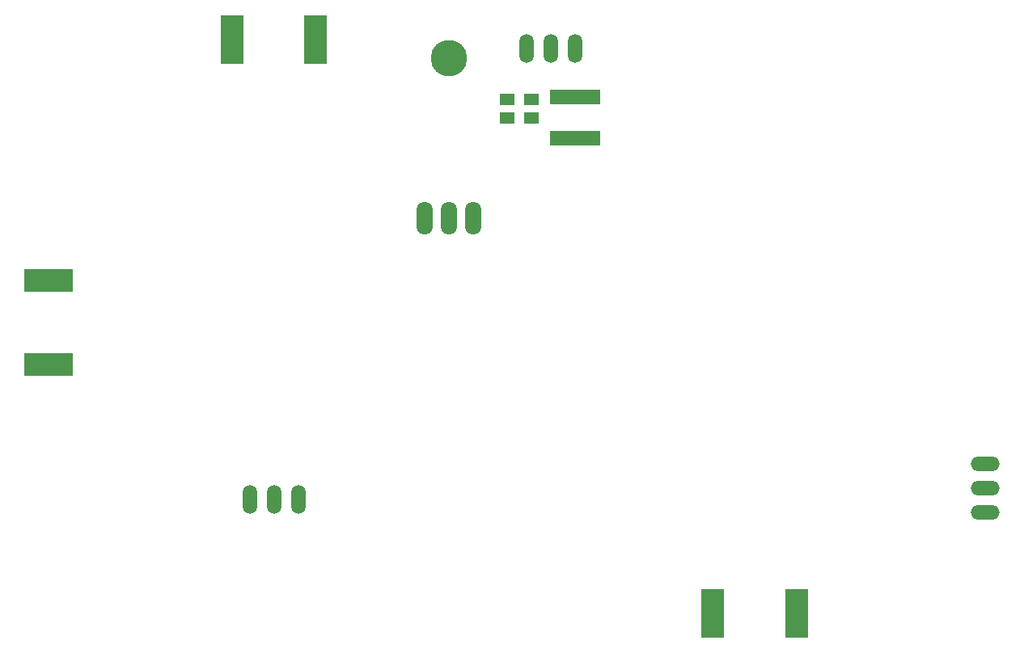
<source format=gbs>
%FSLAX34Y34*%
G04 Gerber Fmt 3.4, Leading zero omitted, Abs format*
G04 (created by PCBNEW (2014-03-19 BZR 4756)-product) date Tue May 27 14:49:28 2014*
%MOIN*%
G01*
G70*
G90*
G04 APERTURE LIST*
%ADD10C,0.005906*%
%ADD11R,0.200787X0.094488*%
%ADD12R,0.094488X0.200787*%
%ADD13O,0.066900X0.137800*%
%ADD14C,0.149600*%
%ADD15O,0.059300X0.118700*%
%ADD16O,0.118700X0.059300*%
%ADD17R,0.059000X0.051200*%
%ADD18R,0.208700X0.059100*%
G04 APERTURE END LIST*
G54D10*
G54D11*
X23500Y-24232D03*
X23500Y-20767D03*
G54D12*
X34507Y-10850D03*
X31042Y-10850D03*
X54316Y-34500D03*
X50851Y-34500D03*
G54D13*
X40000Y-18200D03*
X39000Y-18200D03*
X41000Y-18200D03*
G54D14*
X40000Y-11600D03*
G54D15*
X31800Y-29800D03*
X32800Y-29800D03*
X33800Y-29800D03*
G54D16*
X62100Y-30350D03*
X62100Y-29350D03*
X62100Y-28350D03*
G54D17*
X42400Y-14075D03*
X42400Y-13325D03*
X43400Y-14075D03*
X43400Y-13325D03*
G54D15*
X43200Y-11200D03*
X44200Y-11200D03*
X45200Y-11200D03*
G54D18*
X45200Y-13200D03*
X45200Y-14900D03*
M02*

</source>
